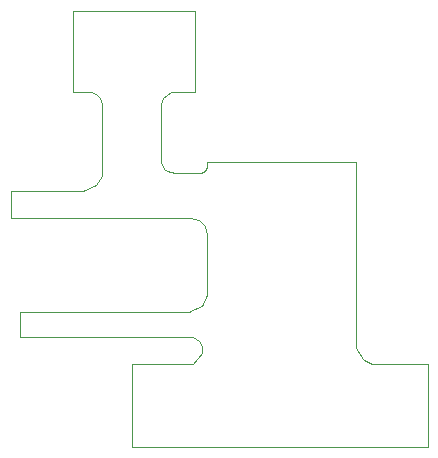
<source format=gbr>
G04*
G04 #@! TF.GenerationSoftware,Altium Limited,Altium Designer,23.10.1 (27)*
G04*
G04 Layer_Color=0*
%FSLAX44Y44*%
%MOMM*%
G71*
G04*
G04 #@! TF.SameCoordinates,EE71AB0A-04B5-4847-A965-A32D4C1E190E*
G04*
G04*
G04 #@! TF.FilePolarity,Positive*
G04*
G01*
G75*
%ADD61C,0.0254*%
D61*
X2077647Y64D02*
X2327830Y63D01*
X2327831Y70063D01*
X2281037Y70064D01*
X2273969Y73969D01*
X2273600Y74337D01*
X2267565Y83535D01*
X2267565Y241373D01*
X2141055Y241373D01*
X2141055Y237048D01*
X2139171Y233684D01*
X2135807Y231800D01*
X2114442Y231800D01*
X2107567Y233684D01*
X2104920Y235791D01*
X2102600Y241448D01*
Y290323D01*
X2104150Y295706D01*
X2110603Y300400D01*
X2130700Y300400D01*
X2130700Y369300D01*
X2027400Y369300D01*
X2027400Y300400D01*
X2042800Y300400D01*
X2047425Y298840D01*
X2049241Y297010D01*
X2050535Y295706D01*
X2052600Y290628D01*
X2052600Y229600D01*
X2047425Y221925D01*
X2036126Y216750D01*
X1974836Y216750D01*
X1974836Y194130D01*
X1974906Y194200D01*
X2021800Y194200D01*
X2021871Y194129D01*
X2126900Y194129D01*
X2126900Y193700D01*
X2134170Y192063D01*
X2136579Y189654D01*
X2139171Y187063D01*
X2141055Y179400D01*
Y128900D01*
X2136579Y119092D01*
X2126900Y114800D01*
X2126900Y114616D01*
X2009516Y114616D01*
X2009500Y114600D01*
X1982558Y114600D01*
X1982542Y114616D01*
X1982541Y93155D01*
X2009555Y93155D01*
X2009600Y93200D01*
X2129200Y93200D01*
X2129364Y93300D01*
X2134170Y89994D01*
X2136579Y85821D01*
X2136579Y79420D01*
X2129400Y70100D01*
X2129436Y70064D01*
X2077647Y70064D01*
X2077647Y64D01*
M02*

</source>
